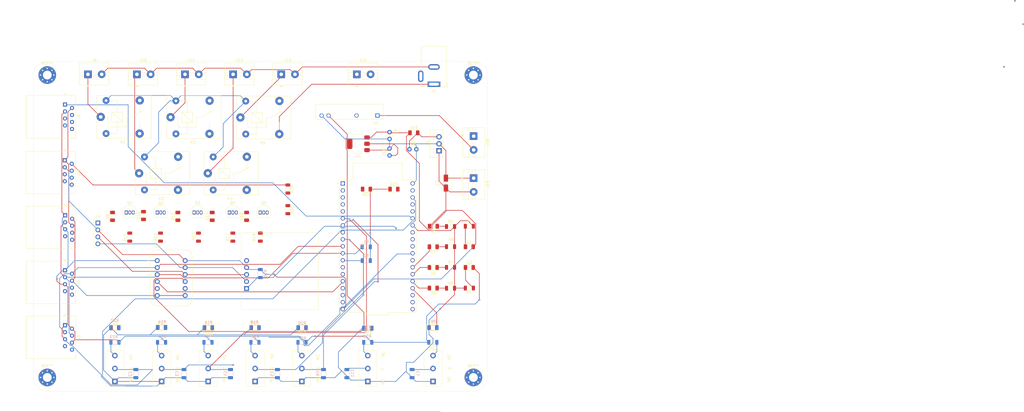
<source format=kicad_pcb>
(kicad_pcb (version 20241229) (generator "pcbnew") (generator_version "9.0")
  (layers (0 "F.Cu" signal) (2 "B.Cu" signal) (13 "F.Paste" user) (15 "B.Paste" user) (5 "F.SilkS" user "F.Silkscreen") (7 "B.SilkS" user "B.Silkscreen") (1 "F.Mask" user) (3 "B.Mask" user) (25 "Edge.Cuts" user))
  (net 0 "")
  (net 1 "/A{slash}R")
  (net 2 "GND")
  (net 3 "/Pompa_230 M")
  (net 4 "/Sekcja 2 M")
  (net 5 "/Sekcja 3 M")
  (net 6 "/Sekcja 4 M")
  (net 7 "/Sekcja 5 M")
  (net 8 "/Sekcja 1 M")
  (net 9 "VSS")
  (net 10 "Net-(D1-K)")
  (net 11 "Net-(D2-K)")
  (net 12 "+5V")
  (net 13 "Net-(D3-K)")
  (net 14 "+3.3V")
  (net 15 "Net-(D4-K)")
  (net 16 "/BŁĄD1")
  (net 17 "/BŁĄD2")
  (net 18 "Net-(D5-K)")
  (net 19 "/WIFI")
  (net 20 "Net-(D6-K)")
  (net 21 "/TRYB")
  (net 22 "Net-(D7-K)")
  (net 23 "Net-(D8-A)")
  (net 24 "Net-(D9-K)")
  (net 25 "/Pompa_230_5V")
  (net 26 "Net-(D10-A)")
  (net 27 "/Sekcja 2")
  (net 28 "Net-(D11-K)")
  (net 29 "Net-(D12-A)")
  (net 30 "Net-(D13-K)")
  (net 31 "/Sekcja 3")
  (net 32 "Net-(D14-A)")
  (net 33 "/Sekcja 4")
  (net 34 "Net-(D15-K)")
  (net 35 "Net-(D16-A)")
  (net 36 "Net-(D17-K)")
  (net 37 "/Sekcja 5")
  (net 38 "/Pompa_230")
  (net 39 "Net-(D18-K)")
  (net 40 "SDA")
  (net 41 "/Sekcja 1")
  (net 42 "SCL")
  (net 43 "SCL_5V")
  (net 44 "SDA_5V")
  (net 53 "/SEN0193_WYJŚCIE")
  (net 56 "/DS_WYJŚCIE")
  (net 60 "GND_VP")
  (net 61 "Net-(J9-Pin_1)")
  (net 62 "Net-(J10-Pin_1)")
  (net 63 "Net-(J11-Pin_1)")
  (net 64 "Net-(J12-Pin_1)")
  (net 65 "Net-(J13-Pin_1)")
  (net 66 "N_230V")
  (net 67 "Net-(J14-Pin_1)")
  (net 68 "230VAC")
  (net 69 "VP")
  (net 75 "Net-(Q1-B)")
  (net 76 "Net-(Q2-B)")
  (net 77 "Net-(Q3-B)")
  (net 78 "Net-(Q4-B)")
  (net 79 "Net-(Q5-B)")
  (net 80 "Net-(SW1-A)")
  (net 81 "Net-(SW2-A)")
  (net 82 "Net-(SW3-A)")
  (net 83 "Net-(SW4-A)")
  (net 84 "Net-(SW5-A)")
  (net 85 "Net-(SW6-A)")
  (net 86 "Net-(SW8-A)")
  (net 89 "Net-(J18-Pad2)")
  (net 90 "unconnected-(U1-CMD-Pad18)")
  (net 97 "Net-(D21-A)")
  (net 98 "Net-(D19-A)")
  (net 99 "Net-(D20-A)")
  (net 107 "/Czujnik ciśnienia output")
  (footprint "Connector_PinHeader_2.54mm:PinHeader_1x04_P2.54mm_Vertical" (layer "F.Cu") (at 60.9 93.79)
    (property "Reference" "J4")
    (property "Value" "Conn_01x04_Socket")
  )
  (footprint "Resistor_SMD:R_1206_3216Metric" (layer "F.Cu") (at 110 98.9625 90)
    (property "Reference" "R17")
    (property "Value" "680")
  )
  (footprint "Diode_SMD:D_1206_3216Metric" (layer "F.Cu") (at 115 91.4 90)
    (property "Reference" "D16")
    (property "Value" "1N4148WT")
  )
  (footprint "TerminalBlock:TerminalBlock_MaiXu_MX126-5.0-02P_1x02_P5.00mm" (layer "F.Cu") (at 75.1 39.73)
    (property "Reference" "J10")
    (property "Value" "Screw_Terminal_01x02")
  )
  (footprint "Package_TO_SOT_THT:TO-92_Inline" (layer "F.Cu") (at 119.96 90)
    (property "Reference" "Q5")
    (property "Value" "BC547")
  )
  (footprint "Connector_RJ:RJ45_Amphenol_54602-x08_Horizontal" (layer "F.Cu") (at 48.95 111 -90)
    (property "Reference" "J5")
    (property "Value" "RJ45")
  )
  (footprint "Connector_RJ:RJ45_Amphenol_54602-x08_Horizontal" (layer "F.Cu") (at 49 91.0175 -90)
    (property "Reference" "J8" (hide yes))
    (property "Value" "RJ45")
  )
  (footprint "MountingHole:MountingHole_3.2mm_M3_Pad_Via" (layer "F.Cu") (at 197.5 150)
    (property "Reference" "REF**")
    (property "Value" "MountingHole_3.2mm_M3_Pad_Via")
  )
  (footprint "LED_SMD:LED_1206_3216Metric" (layer "F.Cu") (at 159.1 132.1 180)
    (property "Reference" "D18")
    (property "Value" "LED")
  )
  (footprint "RTC:RTC DS1307 + 32kb EEPROM 24C32 I2C" (layer "F.Cu") (at 127.065 111.31 90)
    (property "Reference" "U6")
    (property "Value" "~")
  )
  (footprint "Toggle_Switch:Toggle Switch Bootland 4.7mm" (layer "F.Cu") (at 101.032 146.75 90)
    (property "Reference" "SW4" (hide yes))
    (property "Value" "SW_Nidec_CAS-120A1")
  )
  (footprint "Relay_THT:RELAY_G3MB-202P" (layer "F.Cu") (at 152.44 53.33 180)
    (property "Reference" "U2")
    (property "Value" "HHG1D-1")
  )
  (footprint "LED_SMD:LED_1206_3216Metric" (layer "F.Cu") (at 135.188 131.89 180)
    (property "Reference" "D17")
    (property "Value" "LED")
  )
  (footprint "MountingHole:MountingHole_3.2mm_M3_Pad_Via" (layer "F.Cu") (at 42.5 40)
    (property "Reference" "REF**")
    (property "Value" "MountingHole_3.2mm_M3_Pad_Via")
  )
  (footprint "TerminalBlock:TerminalBlock_MaiXu_MX126-5.0-02P_1x02_P5.00mm" (layer "F.Cu") (at 92.6 39.73)
    (property "Reference" "J11")
    (property "Value" "Screw_Terminal_01x02")
  )
  (footprint "Resistor_SMD:R_1206_3216Metric" (layer "F.Cu") (at 196.0375 117.5 180)
    (property "Reference" "R5")
    (property "Value" "130R")
  )
  (footprint "LED_SMD:LED_1206_3216Metric" (layer "F.Cu") (at 84.1 131.8)
    (property "Reference" "D11")
    (property "Value" "LED")
  )
  (footprint "Relay_THT:Relay_SPDT_SANYOU_SRD_Series_Form_C" (layer "F.Cu") (at 87.34 55.33)
    (property "Reference" "K3")
    (property "Value" "SANYOU_SRD_Form_C")
  )
  (footprint "Resistor_SMD:R_1206_3216Metric" (layer "F.Cu") (at 189.1875 117.54)
    (property "Reference" "R8")
    (property "Value" "130R")
  )
  (footprint "Capacitor_SMD:CP_Elec_4x5.4" (layer "F.Cu") (at 187.5 79.3 90)
    (property "Reference" "C7")
    (property "Value" "0.33u")
  )
  (footprint "LED_SMD:LED_1206_3216Metric" (layer "F.Cu") (at 182.9 102.46 180)
    (property "Reference" "D4")
    (property "Value" "LED")
  )
  (footprint "Toggle_Switch:Toggle Switch Bootland 4.7mm" (layer "F.Cu") (at 84.1 146.75 90)
    (property "Reference" "SW3" (hide yes))
    (property "Value" "SW_Nidec_CAS-120A1")
  )
  (footprint "LED_SMD:LED_1206_3216Metric" (layer "F.Cu") (at 196.0375 110)
    (property "Reference" "D3")
    (property "Value" "LED")
  )
  (footprint "TerminalBlock:TerminalBlock_MaiXu_MX126-5.0-02P_1x02_P5.00mm" (layer "F.Cu") (at 57.29 39.73)
    (property "Reference" "J9")
    (property "Value" "Screw_Terminal_01x02")
  )
  (footprint "Connector_BarrelJack:BarrelJack_GCT_DCJ200-10-A_Horizontal" (layer "F.Cu") (at 183.15 43.35 180)
    (property "Reference" "J1")
    (property "Value" "Barrel_Jack_MountingPin")
  )
  (footprint "Package_TO_SOT_THT:TO-92_Inline" (layer "F.Cu") (at 82.5 90)
    (property "Reference" "Q2")
    (property "Value" "BC547")
  )
  (footprint "Toggle_Switch:Toggle Switch Bootland 4.7mm" (layer "F.Cu") (at 182.82 146.75 90)
    (property "Reference" "SW1" (hide yes))
    (property "Value" "SW_Nidec_CAS-120A1")
  )
  (footprint "Relay_THT:Relay_SPDT_SANYOU_SRD_Series_Form_C" (layer "F.Cu") (at 75.9 75.73)
    (property "Reference" "K2")
    (property "Value" "SANYOU_SRD_Form_C")
  )
  (footprint "Package_TO_SOT_THT:TO-92_Inline" (layer "F.Cu") (at 108.73 90)
    (property "Reference" "Q4")
    (property "Value" "BC547")
  )
  (footprint "LED_SMD:LED_1206_3216Metric" (layer "F.Cu") (at 101.1 131.9 180)
    (property "Reference" "D13")
    (property "Value" "LED")
  )
  (footprint "Resistor_SMD:R_1206_3216Metric" (layer "F.Cu") (at 196.0375 95)
    (property "Reference" "R4")
    (property "Value" "300R")
  )
  (footprint "Toggle_Switch:Toggle Switch Bootland 4.7mm" (layer "F.Cu") (at 159.1 146.75 90)
    (property "Reference" "SW8" (hide yes))
    (property "Value" "SW_Nidec_CAS-120A1")
  )
  (footprint "MountingHole:MountingHole_3.2mm_M3_Pad_Via" (layer "F.Cu") (at 42.5 150)
    (property "Reference" "REF**")
    (property "Value" "MountingHole_3.2mm_M3_Pad_Via")
  )
  (footprint "Capacitor_THT:C_Disc_D3.0mm_W1.6mm_P2.50mm" (layer "F.Cu") (at 167 69.25 90)
    (property "Reference" "C10")
    (property "Value" "0.1u")
  )
  (footprint "Capacitor_THT:C_Disc_D3.0mm_W1.6mm_P2.50mm" (layer "F.Cu") (at 174.25 67)
    (property "Reference" "C8")
    (property "Value" "0.1u")
  )
  (footprint "Toggle_Switch:Toggle Switch Bootland 4.7mm" (layer "F.Cu") (at 67.1 146.75 90)
    (property "Reference" "SW2" (hide yes))
    (property "Value" "SW_Nidec_CAS-120A1")
  )
  (footprint "Connector_RJ:RJ45_Amphenol_54602-x08_Horizontal" (layer "F.Cu") (at 48.85 71 -90)
    (property "Reference" "J18")
    (property "Value" "RJ45")
  )
  (footprint "LED_SMD:LED_1206_3216Metric" (layer "F.Cu") (at 67.1 131.89 180)
    (property "Reference" "D9")
    (property "Value" "LED")
  )
  (footprint "ESP32:MODULE_ESP32-DEVKITC" (layer "F.Cu") (at 162.7 102.29)
    (property "Reference" "U1")
    (property "Value" "ESP32-DEVKITC")
  )
  (footprint "Diode_SMD:D_1206_3216Metric" (layer "F.Cu") (at 66.23 91.4 90)
    (property "Reference" "D8")
    (property "Value" "1N4148WT")
  )
  (footprint "Relay_THT:Relay_SPDT_SANYOU_SRD_Series_Form_C" (layer "F.Cu") (at 61.94 55.23)
    (property "Reference" "K1")
    (property "Value" "SANYOU_SRD_Form_C")
  )
  (footprint "Resistor_SMD:R_1206_3216Metric" (layer "F.Cu") (at 72.5 98.9625 90)
    (property "Reference" "R11")
    (property "Value" "680")
  )
  (footprint "Diode_SMD:D_1206_3216Metric" (layer "F.Cu") (at 158.6 81.5 180)
    (property "Reference" "D21")
    (property "Value" "D_Schottky")
  )
  (footprint "Capacitor_THT:C_Disc_D3.0mm_W1.6mm_P2.50mm" (layer "F.Cu") (at 167 60.75 -90)
    (property "Reference" "C9")
    (property "Value" "0.1u")
  )
  (footprint "Voltage_Level_Converters:MODULE_757" (layer "F.Cu") (at 87.58 113.7865)
    (property "Reference" "U5")
    (property "Value" "757")
  )
  (footprint "LED_SMD:LED_1206_3216Metric" (layer "F.Cu") (at 182.95 95 180)
    (property "Reference" "D1")
    (property "Value" "LED")
  )
  (footprint "Diode_SMD:D_1206_3216Metric" (layer "F.Cu") (at 102.5 91.4 90)
    (property "Reference" "D14")
    (property "Value" "1N4148WT")
  )
  (footprint "Package_TO_SOT_THT:TO-220-3_Vertical" (layer "F.Cu") (at 185 67.54 90)
    (property "Reference" "U3")
    (property "Value" "L7805")
  )
  (footprint "Toggle_Switch:Toggle Switch Bootland 4.7mm" (layer "F.Cu") (at 135.1 146.75 90)
    (property "Reference" "SW6" (hide yes))
    (property "Value" "SW_Nidec_CAS-120A1")
  )
  (footprint "Resistor_SMD:R_1206_3216Metric" (layer "F.Cu") (at 189.1875 102.42)
    (property "Reference" "R6")
    (property "Value" "130R")
  )
  (footprint "Resistor_SMD:R_1206_3216Metric" (layer "F.Cu") (at 97.5 98.9625 90)
    (property "Reference" "R15")
    (property "Value" "680")
  )
  (footprint "TerminalBlock:TerminalBlock_MaiXu_MX126-5.0-02P_1x02_P5.00mm" (layer "F.Cu") (at 127.6 39.73)
    (property "Reference" "J13")
    (property "Value" "Screw_Terminal_01x02")
  )
  (footprint "Resistor_SMD:R_1206_3216Metric" (layer "F.Cu") (at 189.1875 95.1)
    (property "Reference" "R3")
    (property "Value" "2k2")
  )
  (footprint "Diode_SMD:D_1206_3216Metric" (layer "F.Cu") (at 175.85 61)
    (property "Reference" "D19")
    (property "Value" "D_Schottky")
  )
  (footprint "Relay_THT:Relay_SPDT_SANYOU_SRD_Series_Form_C" (layer "F.Cu") (at 112.74 55.43)
    (property "Reference" "K5")
    (property "Value" "SANYOU_SRD_Form_C")
  )
  (footprint "MountingHole:MountingHole_3.2mm_M3_Pad_Via" (layer "F.Cu") (at 197.5 40)
    (property "Reference" "REF**")
    (property "Value" "MountingHole_3.2mm_M3_Pad_Via")
  )
  (footprint "LED_SMD:LED_1206_3216Metric" (layer "F.Cu") (at 182.9 117.5 180)
    (property "Reference" "D6")
    (property "Value" "LED")
  )
  (footprint "Package_TO_SOT_THT:TO-92_Inline" (layer "F.Cu") (at 71.23 90)
    (property "Reference" "Q1")
    (property "Value" "BC547")
  )
  (footprint "Resistor_SMD:R_1206_3216Metric" (layer "F.Cu") (at 130 88.9625 -90)
    (property "Reference" "R29")
    (property "Value" "R")
  )
  (footprint "Connector_RJ:RJ45_Amphenol_54602-x08_Horizontal" (layer "F.Cu") (at 48.95 50.7175 -90)
    (property "Reference" "J6")
    (property "Value" "RJ45")
  )
  (footprint "TerminalBlock:TerminalBlock_MaiXu_MX126-5.0-02P_1x02_P5.00mm" (layer "F.Cu") (at 197.6 62.23 -90)
    (property "Reference" "J16")
    (property "Value" "Screw_Terminal_01x02")
  )
  (footprint "Package_TO_SOT_THT:TO-92_Inline" (layer "F.Cu") (at 95.93 90)
    (property "Reference" "Q3")
    (property "Value" "BC547")
  )
  (footprint "LED_SMD:LED_1206_3216Metric" (layer "F.Cu") (at 196.0375 102.46)
    (property "Reference" "D2")
    (property "Value" "LED")
  )
  (footprint "TerminalBlock:TerminalBlock_MaiXu_MX126-5.0-02P_1x02_P5.00mm" (layer "F.Cu") (at 110.1 39.73)
    (property "Reference" "J12")
    (property "Value" "Screw_Terminal_01x02")
  )
  (footprint "TerminalBlock:TerminalBlock_MaiXu_MX126-5.0-02P_1x02_P5.00mm" (layer "F.Cu") (at 197.6 77.5 -90)
    (property "Reference" "J15")
    (property "Value" "Screw_Terminal_01x02")
  )
  (footprint "Connector_RJ:RJ45_Amphenol_54602-x08_Horizontal" (layer "F.Cu") (at 48.95 131 -90)
    (property "Reference" "J3")
    (property "Value" "RJ45")
  )
  (footprint "TerminalBlock:TerminalBlock_MaiXu_MX126-5.0-02P_1x02_P5.00mm" (layer "F.Cu") (at 155.1 39.73)
    (property "Reference" "J14")
    (property "Value" "Screw_Terminal_01x02")
  )
  (footprint "LED_SMD:LED_1206_3216Metric" (layer "F.Cu") (at 118.1 131.89)
    (property "Reference" "D15")
    (property "Value" "LED")
  )
  (footprint "Toggle_Switch:Toggle Switch Bootland 4.7mm" (layer "F.Cu") (at 118.1 146.75 90)
    (property "Reference" "SW5" (hide yes))
    (property "Value" "SW_Nidec_CAS-120A1")
  )
  (footprint "Resistor_SMD:R_1206_3216Metric" (layer "F.Cu") (at 120 98.9625 90)
    (property "Reference" "R19")
    (property "Value" "680")
  )
  (footprint "Package_TO_SOT_SMD:SOT-223" (layer "F.Cu") (at 155.65 65 180)
    (property "Reference" "U4")
    (property "Value" "LD1117S33TR_SOT223")
  )
  (footprint "Resistor_SMD:R_1206_3216Metric" (layer "F.Cu") (at 130 81.4625 -90)
    (property "Reference" "R30")
    (property "Value" "R")
  )
  (footprint "LED_SMD:LED_1206_3216Metric" (layer "F.Cu") (at 182.9 110 180)
    (property "Reference" "D5")
    (property "Value" "LED")
  )
  (footprint "LED_SMD:LED_1206_3216Metric" (layer "F.Cu") (at 182.788 131.89)
    (property "Reference" "D7")
    (property "Value" "LED")
  )
  (footprint "Resistor_SMD:R_1206_3216Metric" (layer "F.Cu") (at 83.7 98.9625 90)
    (property "Reference" "R13")
    (property "Value" "680")
  )
  (footprint "Diode_SMD:D_1206_3216Metric" (layer "F.Cu") (at 90 91.4 90)
    (property "Reference" "D12")
    (property "Value" "1N4148WT")
  )
  (footprint "Relay_THT:Relay_SPDT_SANYOU_SRD_Series_Form_C" (layer "F.Cu") (at 100.9 75.73)
    (property "Reference" "K4")
    (property "Value" "SANYOU_SRD_Form_C")
  )
  (footprint "Resistor_SMD:R_1206_3216Metric" (layer "F.Cu") (at 189.1875 109.96)
    (property "Reference" "R7")
    (property "Value" "130R")
  )
  (footprint "Diode_SMD:D_1206_3216Metric" (layer "F.Cu") (at 77.5 91.1 90)
    (property "Reference" "D10")
    (property "Value" "1N4148WT")
  )
  (footprint "Diode_SMD:D_1206_3216Metric" (layer "F.Cu") (at 168.6 81.5)
    (property "Reference" "D20")
    (property "Value" "D_Schottky")
  )
  (footprint "Resistor_SMD:R_1206_3216Metric" (layer "B.Cu") (at 135.1505 131.93 180)
    (property "Reference" "R20")
    (property "Value" "130")
  )
  (footprint "Capacitor_SMD:C_1206_3216Metric" (layer "B.Cu") (at 126.228 148.605 -90)
    (property "Reference" "C5")
    (property "Value" "0.1u")
  )
  (footprint "Resistor_SMD:R_1206_3216Metric" (layer "B.Cu") (at 118.0905 131.93 180)
    (property "Reference" "R18")
    (property "Value" "130")
  )
  (footprint "Resistor_SMD:R_1206_3216Metric" (layer "B.Cu") (at 84.0705 137.23 180)
    (property "Reference" "R24")
    (property "Value" "10k")
  )
  (footprint "Resistor_SMD:R_1206_3216Metric" (layer "B.Cu") (at 159.0775 137.23 180)
    (property "Reference" "R28")
    (property "Value" "10k")
  )
  (footprint "Resistor_SMD:R_1206_3216Metric" (layer "B.Cu") (at 67.1025 131.93 180)
    (property "Reference" "R12")
    (property "Value" "130")
  )
  (footprint "Resistor_SMD:R_1206_3216Metric" (layer "B.Cu") (at 118.0405 137.23 180)
    (property "Reference" "R26")
    (property "Value" "10k")
  )
  (footprint "Resistor_SMD:R_1206_3216Metric" (layer "B.Cu") (at 182.8125 131.88 180)
    (property "Reference" "R9")
    (property "Value" "130R")
  )
  (footprint "Capacitor_SMD:C_1206_3216Metric" (layer "B.Cu") (at 109.16 148.605 -90)
    (property "Reference" "C4")
    (property "Value" "0.1u")
  )
  (footprint "Resistor_SMD:R_1206_3216Metric" (layer "B.Cu") (at 101.0625 131.93 180)
    (property "Reference" "R16")
    (property "Value" "130")
  )
  (footprint "Resistor_SMD:R_1206_3216Metric" (layer "B.Cu") (at 158.5375 107.5 180)
    (property "Reference" "R2")
    (property "Value" "3k3")
  )
  (footprint "Capacitor_SMD:C_1206_3216Metric" (layer "B.Cu") (at 151.48 148.605 -90)
    (property "Reference" "C11")
    (property "Value" "0.1u")
  )
  (footprint "Resistor_SMD:R_1206_3216Metric" (layer "B.Cu") (at 158.5375 102.5 180)
    (property "Reference" "R1")
    (property "Value" "3k3")
  )
  (footprint "Capacitor_SMD:C_1206_3216Metric" (layer "B.Cu") (at 142.978 148.605 -90)
    (property "Reference" "C6")
    (property "Value" "0.1u")
  )
  (footprint "Capacitor_SMD:C_1206_3216Metric" (layer "B.Cu") (at 175.2 148.605 -90)
    (property "Reference" "C1")
    (property "Value" "0.1u")
  )
  (footprint "Capacitor_SMD:C_1206_3216Metric" (layer "B.Cu") (at 74.72 148.605 -90)
    (property "Reference" "C2")
    (property "Value" "0.1u")
  )
  (footprint "Resistor_SMD:R_1206_3216Metric" (layer "B.Cu") (at 135.1505 137.23 180)
    (property "Reference" "R27")
    (property "Value" "10k")
  )
  (footprint "Capacitor_SMD:C_1206_3216Metric" (layer "B.Cu") (at 92.228 148.605 -90)
    (property "Reference" "C3")
    (property "Value" "0.1u")
  )
  (footprint "Resistor_SMD:R_1206_3216Metric" (layer "B.Cu") (at 100.9625 137.23 180)
    (property "Reference" "R25")
    (property "Value" "10k")
  )
  (footprint "Resistor_SMD:R_1206_3216Metric" (layer "B.Cu") (at 159.0425 132.13 180)
    (property "Reference" "R21")
    (property "Value" "130")
  )
  (footprint "Resistor_SMD:R_1206_3216Metric" (layer "B.Cu") (at 84.0455 131.83 180)
    (property "Reference" "R14")
    (property "Value" "130")
  )
  (footprint "Resistor_SMD:R_1206_3216Metric" (layer "B.Cu") (at 182.7375 137.23)
    (property "Reference" "R22")
    (property "Value" "10k")
  )
  (footprint "Resistor_SMD:R_1206_3216Metric" (layer "B.Cu") (at 120 112.1975 90)
    (property "Reference" "R10")
    (property "Value" "3k3")
  )
  (footprint "Resistor_SMD:R_1206_3216Metric" (layer "B.Cu") (at 67.1025 137.23 180)
    (property "Reference" "R23")
    (property "Value" "10k")
  )
  (gr_line (start 37.5 40) (end 37.5 150) (stroke (width 0.05)) (layer "Edge.Cuts"))
  (gr_line (start 202.5 150) (end 202.5 40) (stroke (width 0.05)) (layer "Edge.Cuts"))
  (gr_arc (start 202.5 150) (mid 201.035534 153.535534) (end 197.5 155) (stroke (width 0.05)) (layer "Edge.Cuts"))
  (gr_arc (start 37.5 40) (mid 38.964466 36.464466) (end 42.5 35) (stroke (width 0.05)) (layer "Edge.Cuts"))
  (gr_line (start 197.5 35) (end 42.5 35) (stroke (width 0.05)) (layer "Edge.Cuts"))
  (gr_arc (start 42.5 155) (mid 38.964466 153.535534) (end 37.5 150) (stroke (width 0.05)) (layer "Edge.Cuts"))
  (gr_arc (start 197.5 35) (mid 201.035534 36.464466) (end 202.5 40) (stroke (width 0.05)) (layer "Edge.Cuts"))
  (gr_line (start 42.5 155) (end 197.5 155) (stroke (width 0.05)) (layer "Edge.Cuts"))
  (via (at 390.5 37) (size 0.6) (drill 0.3) (layers "F.Cu" "B.Cu") (net 0))
  (via (at 169.399695 95.794) (size 0.6) (drill 0.3) (layers "F.Cu" "B.Cu") (net 0))
  (via (at 394.5 13) (size 0.6) (drill 0.3) (layers "F.Cu" "B.Cu") (net 0))
  (via (at 397.5 21.5) (size 0.6) (drill 0.3) (layers "F.Cu" "B.Cu") (net 0))
  (segment (start 151.066 95.121552) (end 150.441552 95.746) (width 0.2) (layer "B.Cu") (net 0))
  (segment (start 169.399695 95.794) (end 168.605695 95) (width 0.2) (layer "B.Cu") (net 0))
  (segment (start 143.349943 95) (end 124.689943 113.66) (width 0.2) (layer "B.Cu") (net 0))
  (segment (start 151.066 95) (end 151.066 95.121552) (width 0.2) (layer "B.Cu") (net 0))
  (segment (start 148.934 95) (end 143.349943 95) (width 0.2) (layer "B.Cu") (net 0))
  (segment (start 124.689943 113.66) (end 121.176 113.66) (width 0.2) (layer "B.Cu") (net 0))
  (segment (start 185.42 162.56) (end 25.4 162.56) (width 0.2) (layer "B.Cu") (net 0))
  (segment (start 151.066 95) (end 168.605695 95) (width 0.2) (layer "B.Cu") (net 0))
  (segment (start 149.558448 95.746) (end 148.934 95.121552) (width 0.2) (layer "B.Cu") (net 0))
  (segment (start 150.441552 95.746) (end 149.558448 95.746) (width 0.2) (layer "B.Cu") (net 0))
  (segment (start 148.934 95.121552) (end 148.934 95) (width 0.2) (layer "B.Cu") (net 0))
  (segment (start 175.2 147.13) (end 182.44 147.13) (width 0.2) (layer "B.Cu") (net 1))
  (segment (start 182.44 147.13) (end 182.82 146.75) (width 0.2) (layer "B.Cu") (net 1))
  (segment (start 190.65 109.96) (end 190.65 117.54) (width 0.2) (layer "F.Cu") (net 2))
  (segment (start 190.69 117.5) (end 190.65 117.54) (width 0.2) (layer "F.Cu") (net 2))
  (segment (start 187.5 67.5) (end 185 65) (width 0.2) (layer "F.Cu") (net 2))
  (segment (start 185.4 125.1) (end 190.65 119.85) (width 0.2) (layer "F.Cu") (net 2))
  (segment (start 48.95 136.08) (end 47.899 135.029) (width 0.2) (layer "F.Cu") (net 2))
  (segment (start 51.34 114.66) (end 51.49 114.81) (width 0.2) (layer "F.Cu") (net 2))
  (segment (start 92.66 120.2) (end 82.5 120.2) (width 0.2) (layer "F.Cu") (net 2))
  (segment (start 50.3 93.5875) (end 51.54 94.8275) (width 0.2) (layer "F.Cu") (net 2))
  (segment (start 190.65 95.1) (end 190.65 102.42) (width 0.2) (layer "F.Cu") (net 2))
  (segment (start 166.45 67.3) (end 167 66.75) (width 0.2) (layer "F.Cu") (net 2))
  (segment (start 84.1 151.45) (end 67.1 151.45) (width 0.2) (layer "F.Cu") (net 2))
  (segment (start 50.3 72.45) (end 50.3 93.5875) (width 0.2) (layer "F.Cu") (net 2))
  (segment (start 47.899 135.029) (end 47.899 132.051) (width 0.2) (layer "F.Cu") (net 2))
  (segment (start 189.173 96.577) (end 177.297 96.577) (width 0.2) (layer "F.Cu") (net 2))
  (segment (start 48.85 71) (end 50.3 72.45) (width 0.2) (layer "F.Cu") (net 2))
  (segment (start 51.49 114.81) (end 52.541 113.759) (width 0.2) (layer "F.Cu") (net 2))
  (segment (start 197.5 95) (end 195.5 93) (width 0.2) (layer "F.Cu") (net 2))
  (segment (start 51.49 51.9875) (end 50.001 53.4765) (width 0.2) (layer "F.Cu") (net 2))
  (segment (start 192.75 93) (end 190.65 95.1) (width 0.2) (layer "F.Cu") (net 2))
  (segment (start 197.6 77.5) (end 187.5 77.5) (width 0.2) (layer "F.Cu") (net 2))
  (segment (start 194.575 117.5) (end 190.69 117.5) (width 0.2) (layer "F.Cu") (net 2))
  (segment (start 50.001 53.4765) (end 50.001 69.849) (width 0.2) (layer "F.Cu") (net 2))
  (segment (start 195.5 93) (end 192.75 93) (width 0.2) (layer "F.Cu") (net 2))
  (segment (start 187.5 77.5) (end 187.5 67.5) (width 0.2) (layer "F.Cu") (net 2))
  (segment (start 50.001 69.849) (end 48.85 71) (width 0.2) (layer "F.Cu") (net 2))
  (segment (start 190.65 95.1) (end 189.173 96.577) (width 0.2) (layer "F.Cu") (net 2))
  (segment (start 47.899 132.051) (end 48.95 131) (width 0.2) (layer "F.Cu") (net 2))
  (segment (start 177.297 96.577) (end 175.4 94.68) (width 0.2) (layer "F.Cu") (net 2))
  (segment (start 52.541 93.321) (end 51.49 92.27) (width 0.2) (layer "F.Cu") (net 2))
  (segment (start 190.65 102.42) (end 190.65 109.96) (width 0.2) (layer "F.Cu") (net 2))
  (segment (start 52.541 113.759) (end 52.541 93.321) (width 0.2) (layer "F.Cu") (net 2))
  (segment (start 158.8 67.3) (end 166.45 67.3) (width 0.2) (layer "F.Cu") (net 2))
  (segment (start 190.65 119.85) (end 190.65 117.54) (width 0.2) (layer "F.Cu") (net 2))
  (via (at 185.4 125.1) (size 0.6) (drill 0.3) (layers "F.Cu" "B.Cu") (net 2))
  (segment (start 82.5 120.2) (end 56.88 120.2) (width 0.2) (layer "B.Cu") (net 2))
  (segment (start 142.978 150.08) (end 136.47 150.08) (width 0.2) (layer "B.Cu") (net 2))
  (segment (start 142.978 150.08) (end 147.12 150.08) (width 0.2) (layer "B.Cu") (net 2))
  (segment (start 74.72 150.08) (end 68.47 150.08) (width 0.2) (layer "B.Cu") (net 2))
  (segment (start 101.032 151.45) (end 93.598 151.45) (width 0.2) (layer "B.Cu") (net 2))
  (segment (start 56.88 120.2) (end 51.49 114.81) (width 0.2) (layer "B.Cu") (net 2))
  (segment (start 80 134.5) (end 97.03 134.5) (width 0.2) (layer "B.Cu") (net 2))
  (segment (start 102.402 150.08) (end 101.032 151.45) (width 0.2) (layer "B.Cu") (net 2))
  (segment (start 173.1 147.98) (end 172.72 147.98) (width 0.2) (layer "B.Cu") (net 2))
  (segment (start 149.65 147.65) (end 151.6 149.6) (width 0.2) (layer "B.Cu") (net 2))
  (segment (start 176.75 65.75) (end 176 65) (width 0.2) (layer "B.Cu") (net 2))
  (segment (start 159.22 150.97) (end 152.97 150.97) (width 0.2) (layer "B.Cu") (net 2))
  (segment (start 181.35 129.15) (end 185.4 125.1) (width 0.2) (layer "B.Cu") (net 2))
  (segment (start 168.75 65) (end 176 65) (width 0.2) (layer "B.Cu") (net 2))
  (segment (start 175.2 150.08) (end 173.1 147.98) (width 0.2) (layer "B.Cu") (net 2))
  (segment (start 114.058 134.5) (end 131.118 134.5) (width 0.2) (layer "B.Cu") (net 2))
  (segment (start 97.03 134.5) (end 99.6 131.93) (width 0.2) (layer "B.Cu") (net 2))
  (segment (start 92.228 150.08) (end 85.47 150.08) (width 0.2) (layer "B.Cu") (net 2))
  (segment (start 126.228 150.08) (end 119.47 150.08) (width 0.2) (layer "B.Cu") (net 2))
  (segment (start 82.398 153.152) (end 84.1 151.45) (width 0.2) (layer "B.Cu") (net 2))
  (segment (start 176 65) (end 185 65) (width 0.2) (layer "B.Cu") (net 2))
  (segment (start 176.75 67) (end 176.75 65.75) (width 0.2) (layer "B.Cu") (net 2))
  (segment (start 173.1 144.5) (end 175.72866 144.5) (width 0.2) (layer "B.Cu") (net 2))
  (segment (start 148.4 140.75) (end 148.4 146.4) (width 0.2) (layer "B.Cu") (net 2))
  (segment (start 68.47 150.08) (end 67.1 151.45) (width 0.2) (layer "B.Cu") (net 2))
  (segment (start 48.95 136.296339) (end 51.054661 138.401) (width 0.2) (layer "B.Cu") (net 2))
  (segment (start 65.64 131.93) (end 63 134.57) (width 0.2) (layer "B.Cu") (net 2))
  (segment (start 80 134.413) (end 82.583 131.83) (width 0.2) (layer "B.Cu") (net 2))
  (segment (start 97.03 134.5) (end 114.058 134.5) (width 0.2) (layer "B.Cu") (net 2))
  (segment (start 68.21 134.5) (end 80 134.5) (width 0.2) (layer "B.Cu") (net 2))
  (segment (start 135.1 151.45) (end 127.598 151.45) (width 0.2) (layer "B.Cu") (net 2))
  (segment (start 182.8 137.42866) (end 182.8 135.8) (width 0.2) (layer "B.Cu") (net 2))
  (segment (start 63 134.57) (end 63 147.35) (width 0.2) (layer "B.Cu") (net 2))
  (segment (start 93.598 151.45) (end 92.228 150.08) (width 0.2) (layer "B.Cu") (net 2))
  (segment (start 157.75 131.4) (end 148.4 140.75) (width 0.2) (layer "B.Cu") (net 2))
  (segment (start 173.1 147.98) (end 173.1 144.5) (width 0.2) (layer "B.Cu") (net 2))
  (segment (start 172.72 147.98) (end 169.25 151.45) (width 0.2) (layer "B.Cu") (net 2))
  (segment (start 65.6329 153.152) (end 82.398 153.152) (width 0.2) (layer "B.Cu") (net 2))
  (segment (start 65.64 131.93) (end 68.21 134.5) (width 0.2) (layer "B.Cu") (net 2))
  (segment (start 48.95 136.08) (end 48.95 136.296339) (width 0.2) (layer "B.Cu") (net 2))
  (segment (start 167 63.25) (end 150.8 63.25) (width 0.2) (layer "B.Cu") (net 2))
  (segment (start 175.72866 144.5) (end 182.8 137.42866) (width 0.2) (layer "B.Cu") (net 2))
  (segment (start 62.198 149.7171) (end 65.6329 153.152) (width 0.2) (layer "B.Cu") (net 2))
  (segment (start 149.55 147.65) (end 149.65 147.65) (width 0.2) (layer "B.Cu") (net 2))
  (segment (start 85.47 150.08) (end 84.1 151.45) (width 0.2) (layer "B.Cu") (net 2))
  (segment (start 176.75 78.33) (end 175.4 79.68) (width 0.2) (layer "B.Cu") (net 2))
  (segment (start 148.4 146.4) (end 149.65 147.65) (width 0.2) (layer "B.Cu") (net 2))
  (segment (start 152.97 150.97) (end 151.6 149.6) (width 0.2) (layer "B.Cu") (net 2))
  (segment (start 51.054661 138.401) (end 51.521 138.401) (width 0.2) (layer "B.Cu") (net 2))
  (segment (start 51.521 138.401) (end 62.198 149.078) (width 0.2) (layer "B.Cu") (net 2))
  (segment (start 150.8 63.25) (end 142.28 54.73) (width 0.2) (layer "B.Cu") (net 2))
  (segment (start 176.75 67) (end 176.75 78.33) (width 0.2) (layer "B.Cu") (net 2))
  (segment (start 147.12 150.08) (end 149.55 147.65) (width 0.2) (layer "B.Cu") (net 2))
  (segment (start 62.198 149.078) (end 62.198 149.7171) (width 0.2) (layer "B.Cu") (net 2))
  (segment (start 109.16 150.08) (end 102.402 150.08) (width 0.2) (layer "B.Cu") (net 2))
  (segment (start 131.118 134.5) (end 133.688 131.93) (width 0.2) (layer "B.Cu") (net 2))
  (segment (start 63 147.35) (end 67.1 151.45) (width 0.2) (layer "B.Cu") (net 2))
  (segment (start 167 66.75) (end 168.75 65) (width 0.2) (layer "B.Cu") (net 2))
  (segment (start 80 134.5) (end 80 134.413) (width 0.2) (layer "B.Cu") (net 2))
  (segment (start 182.82 151.45) (end 176.57 151.45) (width 0.2) (layer "B.Cu") (net 2))
  (segment (start 176.57 151.45) (end 175.2 150.08) (width 0.2) (layer "B.Cu") (net 2))
  (segment (start 181.35 134.35) (end 181.35 131.88) (width 0.2) (layer "B.Cu") (net 2))
  (segment (start 136.47 150.08) (end 135.1 151.45) (width 0.2) (layer "B.Cu") (net 2))
  (segment (start 181.35 131.88) (end 181.35 129.15) (width 0.2) (layer "B.Cu") (net 2))
  (segment (start 167 66.75) (end 167 63.25) (width 0.2) (layer "B.Cu") (net 2))
  (segment (start 127.598 151.45) (end 126.228 150.08) (width 0.2) (layer "B.Cu") (net 2))
  (segment (start 169.25 151.45) (end 159.1 151.45) (width 0.2) (layer "B.Cu") (net 2))
  (segment (start 114.058 134.5) (end 116.628 131.93) (width 0.2) (layer "B.Cu") (net 2))
  (segment (start 119.47 150.08) (end 118.1 151.45) (width 0.2) (layer "B.Cu") (net 2))
  (segment (start 182.8 135.8) (end 181.35 134.35) (width 0.2) (layer "B.Cu") (net 2))
  (segment (start 151.6 146.65) (end 158.84 146.65) (width 0.2) (layer "B.Cu") (net 3))
  (via (at 110.08266 145.449) (size 0.6) (drill 0.3) (layers "F.Cu" "B.Cu") (net 4))
  (segment (start 150.4989 124.334) (end 169.7529 105.08) (width 0.2) (layer "B.Cu") (net 4))
  (segment (start 136.06534 138.406) (end 137.443943 138.406) (width 0.2) (layer "B.Cu") (net 4))
  (segment (start 134.2169 135.401) (end 135.7495 136.9336) (width 0.2) (layer "B.Cu") (net 4))
  (segment (start 123.05566 135.401) (end 134.2169 135.401) (width 0.2) (layer "B.Cu") (net 4))
  (segment (start 92.228 147.13) (end 93.909 145.449) (width 0.2) (layer "B.Cu") (net 4))
  (segment (start 93.909 145.449) (end 110.08266 145.449) (width 0.2) (layer "B.Cu") (net 4))
  (segment (start 148.934 124.958448) (end 149.558448 124.334) (width 0.2) (layer "B.Cu") (net 4))
  (segment (start 84.48 147.13) (end 84.1 146.75) (width 0.2) (layer "B.Cu") (net 4))
  (segment (start 149.558448 124.334) (end 150.4989 124.334) (width 0.2) (layer "B.Cu") (net 4))
  (segment (start 135.7495 136.9336) (end 135.7495 138.09016) (width 0.2) (layer "B.Cu") (net 4))
  (segment (start 169.7529 105.08) (end 175.4 105.08) (width 0.2) (layer "B.Cu") (net 4))
  (segment (start 135.7495 138.09016) (end 136.06534 138.406) (width 0.2) (layer "B.Cu") (net 4))
  (segment (start 137.443943 138.406) (end 148.934 126.915943) (width 0.2) (layer "B.Cu") (net 4))
  (segment (start 148.934 126.915943) (end 148.934 124.958448) (width 0.2) (layer "B.Cu") (net 4))
  (segment (start 92.228 147.13) (end 84.48 147.13) (width 0.2) (layer "B.Cu") (net 4))
  (segment (start 132.5 133.677) (end 157.90916 133.677) (width 0.2) (layer "F.Cu") (net 5))
  (segment (start 158.626 98.626) (end 152.5 92.5) (width 0.2) (layer "F.Cu") (net 5))
  (segment (start 158.626 132.96016) (end 158.626 98.626) (width 0.2) (layer "F.Cu") (net 5))
  (segment (start 101.032 146.75) (end 114.105 133.677) (width 0.2) (layer "F.Cu") (net 5))
  (segment (start 114.105 133.677) (end 132.5 133.677) (width 0.2) (layer "F.Cu") (net 5))
  (segment (start 157.90916 133.677) (end 158.626 132.96016) (width 0.2) (layer "F.Cu") (net 5))
  (via (at 152.5 92.5) (size 0.6) (drill 0.3) (layers "F.Cu" "B.Cu") (net 5))
  (segment (start 109.16 147.13) (end 101.412 147.13) (width 0.2) (layer "B.Cu") (net 5))
  (segment (start 101.412 147.13) (end 101.032 146.75) (width 0.2) (layer "B.Cu") (net 5))
  (segment (start 152.26 92.26) (end 150 92.26) (width 0.2) (layer "B.Cu") (net 5))
  (segment (start 162.81 115.13) (end 162.81 101.67) (width 0.2) (layer "F.Cu") (net 6))
  (segment (start 162.81 101.67) (end 153.78 92.64) (width 0.2) (layer "F.Cu") (net 6))
  (segment (start 153.78 92.64) (end 153.77 92.63) (width 0.2) (layer "F.Cu") (net 6))
  (via (at 153.78 92.64) (size 0.6) (drill 0.3) (layers "F.Cu" "B.Cu") (net 6))
  (via (at 162.81 115.13) (size 0.6) (drill 0.3) (layers "F.Cu" "B.Cu") (net 6))
  (segment (start 126.228 147.13) (end 132.880108 147.13) (width 0.2) (layer "B.Cu") (net 6))
  (segment (start 153.319 93.101) (end 151.579 93.101) (width 0.2) (layer "B.Cu") (net 6))
  (segment (start 118.48 147.13) (end 118.1 146.75) (width 0.2) (layer "B.Cu") (net 6))
  (segment (start 161.520057 115.13) (end 162.81 115.13) (width 0.2) (layer "B.Cu") (net 6))
  (segment (start 142.577 137.433108) (end 142.577 134.073057) (width 0.2) (layer "B.Cu") (net 6))
  (segment (start 150.441552 126.226) (end 151.066 125.601552) (width 0.2) (layer "B.Cu") (net 6))
  (segment (start 151.066 125.601552) (end 151.066 125.584057) (width 0.2) (layer "B.Cu") (net 6))
  (segment (start 126.228 147.13) (end 118.48 147.13) (width 0.2) (layer "B.Cu") (net 6))
  (segment (start 153.78 92.64) (end 153.319 93.101) (width 0.2) (layer "B.Cu") (net 6))
  (segment (start 150.424057 126.226) (end 150.441552 126.226) (width 0.2) (layer "B.Cu") (net 6))
  (segment (start 151.066 125.584057) (end 161.520057 115.13) (width 0.2) (layer "B.Cu") (net 6))
  (segment (start 132.880108 147.13) (end 142.577 137.433108) (width 0.2) (layer "B.Cu") (net 6))
  (segment (start 151.579 93.101) (end 150 94.68) (width 0.2) (layer "B.Cu") (net 6))
  (segment (start 142.577 134.073057) (end 150.424057 126.226) (width 0.2) (layer "B.Cu") (net 6))
  (segment (start 157.5 105) (end 152.5 100) (width 0.2) (layer "F.Cu") (net 7))
  (segment (start 157.5 120) (end 157.5 105) (width 0.2) (layer "F.Cu") (net 7))
  (via (at 157.5 120) (size 0.6) (drill 0.3) (layers "F.Cu" "B.Cu") (net 7))
  (via (at 152.5 100) (size 0.6) (drill 0.3) (layers "F.Cu" "B.Cu") (net 7))
  (via (at 157.5 120) (size 0.6) (drill 0.3) (layers "F.Cu" "B.Cu") (net 7))
  (segment (start 142.978 147.13) (end 142.978 134.522) (width 0.2) (layer "B.Cu") (net 7))
  (segment (start 152.26 99.76) (end 150 99.76) (width 0.2) (layer "B.Cu") (net 7))
  (segment (start 142.978 147.13) (end 135.48 147.13) (width 0.2) (layer "B.Cu") (net 7))
  (segment (start 152.5 100) (end 152.26 99.76) (width 0.2) (layer "B.Cu") (net 7))
  (segment (start 142.978 134.522) (end 157.5 120) (width 0.2) (layer "B.Cu") (net 7))
  (segment (start 135.48 147.13) (end 135.1 146.75) (width 0.2) (layer "B.Cu") (net 7))
  (segment (start 74.72 147.13) (end 80.859892 147.13) (width 0.2) (layer "B.Cu") (net 8))
  (segment (start 62.599 133.24734) (end 74.45634 121.39) (width 0.2) (layer "B.Cu") (net 8))
  (segment (start 176.466 85.826) (end 175.4 84.76) (width 0.2) (layer "B.Cu") (net 8))
  (segment (start 67.48 147.13) (end 67.1 146.75) (width 0.2) (layer "B.Cu") (net 8))
  (segment (start 172.010448 96.394) (end 174.958448 93.446) (width 0.2) (layer "B.Cu") (net 8))
  (segment (start 124.562448 121.39) (end 149.558448 96.394) (width 0.2) (layer "B.Cu") (net 8))
  (segment (start 75.238892 152.751) (end 65.799 152.751) (width 0.2) (layer "B.Cu") (net 8))
  (segment (start 176.466 92.821552) (end 176.466 85.826) (width 0.2) (layer "B.Cu") (net 8))
  (segment (start 149.558448 96.394) (end 172.010448 96.394) (width 0.2) (layer "B.Cu") (net 8))
  (segment (start 80.859892 147.13) (end 75.238892 152.751) (width 0.2) (layer "B.Cu") (net 8))
  (segment (start 175.841552 93.446) (end 176.466 92.821552) (width 0.2) (layer "B.Cu") (net 8))
  (segment (start 65.799 152.751) (end 62.599 149.551) (width 0.2) (layer "B.Cu") (net 8))
  (segment (start 74.72 147.13) (end 67.48 147.13) (width 0.2) (layer "B.Cu") (net 8))
  (segment (start 74.45634 121.39) (end 124.562448 121.39) (width 0.2) (layer "B.Cu") (net 8))
  (segment (start 174.958448 93.446) (end 175.841552 93.446) (width 0.2) (layer "B.Cu") (net 8))
  (segment (start 62.599 149.551) (end 62.599 133.24734) (width 0.2) (layer "B.Cu") (net 8))
  (segment (start 185 78.6) (end 185 67.54) (width 0.2) (layer "F.Cu") (net 9))
  (segment (start 187.5 81.1) (end 185 78.6) (width 0.2) (layer "F.Cu") (net 9))
  (segment (start 188.9 82.5) (end 187.5 81.1) (width 0.2) (layer "F.Cu") (net 9))
  (segment (start 187.5 89.05) (end 181.55 95) (width 0.2) (layer "F.Cu") (net 9))
  (segment (start 187.5 81.1) (end 187.5 89.05) (width 0.2) (layer "F.Cu") (net 9))
  (segment (start 197.6 82.5) (end 188.9 82.5) (width 0.2) (layer "F.Cu") (net 9))
  (segment (start 83 53.5) (end 87.12 49.38) (width 0.2) (layer "B.Cu") (net 9))
  (segment (start 63.89 49.28) (end 65.741 47.429) (width 0.2) (layer "B.Cu") (net 9))
  (segment (start 106.5 66.13) (end 102.85 69.78) (width 0.2) (layer "B.Cu") (net 9))
  (segment (start 83 64.63) (end 83 53.5) (width 0.2) (layer "B.Cu") (net 9))
  (segment (start 112.71 47.5) (end 114.69 49.48) (width 0.2) (layer "B.Cu") (net 9))
  (segment (start 114.69 49.48) (end 106.5 57.67) (width 0.2) (layer "B.Cu") (net 9))
  (segment (start 87.12 49.38) (end 89.29 49.38) (width 0.2) (layer "B.Cu") (net 9))
  (segment (start 65.741 47.429) (end 87.339 47.429) (width 0.2) (layer "B.Cu") (net 9))
  (segment (start 91.17 47.5) (end 112.71 47.5) (width 0.2) (layer "B.Cu") (net 9))
  (segment (start 89.29 49.38) (end 91.17 47.5) (width 0.2) (layer "B.Cu") (net 9))
  (segment (start 77.85 69.78) (end 83 64.63) (width 0.2) (layer "B.Cu") (net 9))
  (segment (start 106.5 57.67) (end 106.5 66.13) (width 0.2) (layer "B.Cu") (net 9))
  (segment (start 87.339 47.429) (end 89.29 49.38) (width 0.2) (layer "B.Cu") (net 9))
  (segment (start 187.625 95) (end 187.725 95.1) (width 0.2) (layer "F.Cu") (net 10))
  (segment (start 184.35 95) (end 187.625 95) (width 0.2) (layer "F.Cu") (net 10))
  (segment (start 194.575 102.3975) (end 194.6375 102.46) (width 0.2) (layer "F.Cu") (net 11))
  (segment (start 194.575 95) (end 194.575 102.3975) (width 0.2) (layer "F.Cu") (net 11))
  (segment (start 60.9 96.33) (end 69.87 105.3) (width 0.2) (layer "F.Cu") (net 12))
  (segment (start 182.476 94.6411) (end 182.476 95.86016) (width 0.2) (layer "F.Cu") (net 12))
  (segment (start 182.476 95.86016) (end 182.16016 96.176) (width 0.2) (layer "F.Cu") (net 12))
  (segment (start 177.851 72.15805) (end 173.149 67.45605) (width 0.2) (layer "F.Cu") (net 12))
  (segment (start 198.3635 94.13984) (end 193.43976 89.2161) (width 0.2) (layer "F.Cu") (net 12))
  (segment (start 160.3 62.7) (end 162.25 60.75) (width 0.2) (layer "F.Cu") (net 12))
  (segment (start 177.851 93.08716) (end 177.851 72.15805) (width 0.2) (layer "F.Cu") (net 12))
  (segment (start 173.149 62.301) (end 174.45 61) (width 0.2) (layer "F.Cu") (net 12))
  (segment (start 90.46 105.3) (end 92.66 107.5) (width 0.2) (layer "F.Cu") (net 12))
  (segment (start 151.066 124.094) (end 151.066 114.150448) (width 0.2) (layer "F.Cu") (net 12))
  (segment (start 162.25 60.75) (end 167 60.75) (width 0.2) (layer "F.Cu") (net 12))
  (segment (start 197.4375 102.46) (end 198.3635 101.534) (width 0.2) (layer "F.Cu") (net 12))
  (segment (start 151.066 114.150448) (end 150.441552 113.526) (width 0.2) (layer "F.Cu") (net 12))
  (segment (start 158.8 62.7) (end 160.3 62.7) (width 0.2) (layer "F.Cu") (net 12))
  (segment (start 198.3635 101.534) (end 198.3635 94.13984) (width 0.2) (layer "F.Cu") (net 12))
  (segment (start 150 125.16) (end 151.066 124.094) (width 0.2) (layer "F.Cu") (net 12))
  (segment (start 150.441552 113.526) (end 126.026 113.526) (width 0.2) (layer "F.Cu") (net 12))
  (segment (start 180.93984 96.176) (end 177.851 93.08716) (width 0.2) (layer "F.Cu") (net 12))
  (segment (start 174.45 61) (end 167.25 61) (width 0.2) (layer "F.Cu") (net 12))
  (segment (start 173.149 67.45605) (end 173.149 62.301) (width 0.2) (layer "F.Cu") (net 12))
  (segment (start 187.901 89.2161) (end 182.476 94.6411) (width 0.2) (layer "F.Cu") (net 12))
  (segment (start 126.026 113.526) (end 125 112.5) (width 0.2) (layer "F.Cu") (net 12))
  (segment (start 167.25 61) (end 167 60.75) (width 0.2) (layer "F.Cu") (net 12))
  (segment (start 182.16016 96.176) (end 180.93984 96.176) (width 0.2) (layer "F.Cu") (net 12))
  (segment (start 69.87 105.3) (end 90.46 105.3) (width 0.2) (layer "F.Cu") (net 12))
  (segment (start 193.43976 89.2161) (end 187.901 89.2161) (width 0.2) (layer "F.Cu") (net 12))
  (via (at 125 112.5) (size 0.6) (drill 0.3) (layers "F.Cu" "B.Cu") (net 12))
  (segment (start 115.695 110.735) (end 115 110.04) (width 0.2) (layer "B.Cu") (net 12))
  (segment (start 112.46 107.5) (end 115 110.04) (width 0.2) (layer "B.Cu") (net 12))
  (segment (start 48.85 73.54) (end 50.339 75.029) (width 0.2) (layer "B.Cu") (net 12))
  (segment (start 125 112.5) (end 121.765 112.5) (width 0.2) (layer "B.Cu") (net 12))
  (segment (start 121.765 112.5) (end 120 110.735) (width 0.2) (layer "B.Cu") (net 12))
  (segment (start 50.339 85.769) (end 60.9 96.33) (width 0.2) (layer "B.Cu") (net 12))
  (segment (start 50.339 75.029) (end 50.339 85.769) (width 0.2) (layer "B.Cu") (net 12))
  (segment (start 92.66 107.5) (end 112.46 107.5) (width 0.2) (layer "B.Cu") (net 12))
  (segment (start 120 110.735) (end 115.695 110.735) (width 0.2) (layer "B.Cu") (net 12))
  (segment (start 194.6375 114.6375) (end 197.5 117.5) (width 0.2) (layer "F.Cu") (net 13))
  (segment (start 194.6375 110) (end 194.6375 114.6375) (width 0.2) (layer "F.Cu") (net 13))
  (segment (start 51.49 132.27) (end 50.001 130.781) (width 0.2) (layer "F.Cu") (net 14))
  (segment (start 67.769 136.299) (end 68.58 137.11) (width 0.2) (layer "F.Cu") (net 14))
  (segment (start 52.541 136.299) (end 67.769 136.299) (width 0.2) (layer "F.Cu") (net 14))
  (segment (start 47.15 116.08) (end 46 114.93) (width 0.2) (layer "F.Cu") (net 14))
  (segment (start 47.799 54.4085) (end 47.799 89.8165) (width 0.2) (layer "F.Cu") (net 14))
  (segment (start 51.49 132.27) (end 52.541 133.321) (width 0.2) (layer "F.Cu") (net 14))
  (segment (start 160 97.5) (end 160 81.5) (width 0.2) (layer "F.Cu") (net 14))
  (segment (start 160 81.5) (end 167.2 81.5) (width 0.2) (layer "F.Cu") (net 14))
  (segment (start 48.95 116.08) (end 47.15 116.08) (width 0.2) (layer "F.Cu") (net 14))
  (segment (start 46 114.93) (end 46 114.14) (width 0.2) (layer "F.Cu") (net 14))
  (segment (start 48.95 53.2575) (end 47.799 54.4085) (width 0.2) (layer "F.Cu") (net 14))
  (segment (start 157.5 135) (end 140 135) (width 0.2) (layer "F.Cu") (net 14))
  (segment (start 52.541 136.299) (end 51.49 137.35) (width 0.2) (layer "F.Cu") (net 14))
  (segment (start 50.001 130.781) (end 50.001 117.131) (width 0.2) (layer "F.Cu") (net 14))
  (segment (start 199.665 112.2275) (end 197.4375 110) (width 0.2) (layer "F.Cu") (net 14))
  (segment (start 50.001 117.131) (end 48.95 116.08) (width 0.2) (layer "F.Cu") (net 14))
  (segment (start 52.541 133.321) (end 52.541 136.299) (width 0.2) (layer "F.Cu") (net 14))
  (segment (start 199.665 121.765) (end 199.665 112.2275) (width 0.2) (layer "F.Cu") (net 14))
  (segment (start 47.799 89.8165) (end 49 91.0175) (width 0.2) (layer "F.Cu") (net 14))
  (via (at 68.58 137.11) (size 0.6) (drill 0.3) (layers "F.Cu" "B.Cu") (net 14))
  (via (at 160 97.5) (size 0.6) (drill 0.3) (layers "F.Cu" "B.Cu") (net 14))
  (via (at 140 135) (size 0.6) (drill 0.3) (layers "F.Cu" "B.Cu") (net 14))
  (via (at 157.5 135) (size 0.6) (drill 0.3) (layers "F.Cu" "B.Cu") (net 14))
  (via (at 199.665 121.765) (size 0.6) (drill 0.3) (layers "F.Cu" "B.Cu") (net 14))
  (via (at 46 114.14) (size 0.6) (drill 0.3) (layers "F.Cu" "B.Cu") (net 14))
  (segment (start 46 113.12) (end 46 114.14) (width 0.2) (layer "B.Cu") (net 14))
  (segment (start 48.95 111) (end 50.051 109.899) (width 0.2) (layer "B.Cu") (net 14))
  (segment (start 70.795 135) (end 83.303 135) (width 0.2) (layer "B.Cu") (net 14))
  (segment (start 160 102.5) (end 160 97.5) (width 0.2) (layer "B.Cu") (net 14))
  (segment (start 140 135) (end 138.843 135) (width 0.2) (layer "B.Cu") (net 14))
  (segment (start 117.273 135) (end 134.383 135) (width 0.2) (layer "B.Cu") (net 14))
  (segment (start 46 114.14) (end 46 114.22) (width 0.2) (layer "B.Cu") (net 14))
  (segment (start 181.275 137.23) (end 160.54 137.23) (width 0.2) (layer "B.Cu") (net 14))
  (segment (start 48.12 111) (end 46.08 113.04) (width 0.2) (layer "B.Cu") (net 14))
  (segment (start 47.949 92.0685) (end 49 91.0175) (width 0.2) (layer "B.Cu") (net 14))
  (segment (start 199.7 121.73) (end 199.7 121.7) (width 0.2) (layer "B.Cu") (net 14))
  (segment (start 160 107.5) (end 160 102.5) (width 0.2) (layer "B.Cu") (net 14))
  (segment (start 50.051 97.1485) (end 49 96.0975) (width 0.2) (layer "B.Cu") (net 14))
  (segment (start 68.565 137.23) (end 70.795 135) (width 0.2) (layer "B.Cu") (net 14))
  (segment (start 138.843 135) (end 136.613 137.23) (width 0.2) (layer "B.Cu") (net 14))
  (segment (start 198.13 123.3) (end 199.665 121.765) (width 0.2) (layer "B.Cu") (net 14))
  (segment (start 181.275 137.23) (end 180.4865 136.4415) (width 0.2) (layer "B.Cu") (net 14))
  (segment (start 199.665 121.765) (end 199.7 121.73) (width 0.2) (layer "B.Cu") (net 14))
  (segment (start 180.4865 136.4415) (end 180.4865 127.7135) (width 0.2) (layer "B.Cu") (net 14))
  (segment (start 100.195 135) (end 102.425 137.23) (width 0.2) (layer "B.Cu") (net 14))
  (segment (start 83.303 135) (end 85.533 137.23) (width 0.2) (layer "B.Cu") (net 14))
  (segment (start 50.051 109.899) (end 50.051 97.1485) (width 0.2) (layer "B.Cu") (net 14))
  (segment (start 49 96.0975) (end 47.949 95.0465) (width 0.2) (layer "B.Cu") (net 14))
  (segment (start 117.273 135) (end 119.503 137.23) (width 0.2) (layer "B.Cu") (net 14))
  (segment (start 48.95 111) (end 48.12 111) (width 0.2) (layer "B.Cu") (net 14))
  (segment (start 134.383 135) (end 136.613 137.23) (width 0.2) (layer "B.Cu") (net 14))
  (segment (start 46.08 113.04) (end 46 113.12) (width 0.2) (layer "B.Cu") (net 14))
  (segment (start 100 135) (end 100.195 135) (width 0.2) (layer "B.Cu") (net 14))
  (segment (start 52.45 107.5) (end 48.95 111) (width 0.2) (layer "B.Cu") (net 14))
  (segment (start 180.4865 127.7135) (end 184.9 123.3) (width 0.2) (layer "B.Cu") (net 14))
  (segment (start 158.31 135) (end 157.5 135) (width 0.2) (layer "B.Cu") (net 14))
  (segment (start 100 135) (end 117.273 135) (width 0.2) (layer "B.Cu") (net 14))
  (segment (start 160.54 137.23) (end 158.31 135) (width 0.2) (layer "B.Cu") (net 14))
  (segment (start 47.949 95.0465) (end 47.949 92.0685) (width 0.2) (layer "B.Cu") (net 14))
  (segment (start 83.303 135) (end 100 135) (width 0.2) (layer "B.Cu") (net 14))
  (segment (start 184.9 123.3) (end 198.13 123.3) (width 0.2) (layer "B.Cu") (net 14))
  (segment (start 82.5 107.5) (end 52.45 107.5) (width 0.2) (layer "B.Cu") (net 14))
  (segment (start 187.685 102.46) (end 187.725 102.42) (width 0.2) (layer "F.Cu") (net 15))
  (segment (start 184.3 102.46) (end 187.685 102.46) (width 0.2) (layer "F.Cu") (net 15))
  (segment (start 181.5 102.46) (end 181.5 104.06) (width 0.2) (layer "F.Cu") (net 16))
  (segment (start 181.5 104.06) (end 175.4 110.16) (width 0.2) (layer "F.Cu") (net 16))
  (segment (start 181.5 110) (end 178.1 110) (width 0.2) (layer "F.Cu") (net 17))
  (segment (start 178.1 110) (end 175.4 112.7) (width 0.2) (layer "F.Cu") (net 17))
  (segment (start 184.34 109.96) (end 184.3 110) (width 0.2) (layer "F.Cu") (net 18))
  (segment (start 187.725 109.96) (end 184.34 109.96) (width 0.2) (layer "F.Cu") (net 18))
  (segment (start 181.5 117.5) (end 177.66 117.5) (width 0.2) (layer "F.Cu") (net 19))
  (segment (start 177.66 117.5) (end 175.4 115.24) (width 0.2) (layer "F.Cu") (net 19))
  (segment (start 187.685 117.5) (end 187.725 117.54) (width 0.2) (layer "F.Cu") (net 20))
  (segment (start 184.3 117.5) (end 187.685 117.5) (width 0.2) (layer "F.Cu") (net 20))
  (segment (start 184.188 126.568) (end 175.4 117.78) (width 0.2) (layer "F.Cu") (net 21))
  (segment (start 184.188 131.89) (end 184.188 126.568) (width 0.2) (layer "F.Cu") (net 21))
  (segment (start 151.6 120.3) (end 151.6 67.140058) (width 0.2) (layer "F.Cu") (net 25))
  (segment (start 156.524 133.276) (end 157.7 132.1) (width 0.2) (layer "F.Cu") (net 25))
  (segment (start 81.31 114.627085) (end 81.31 120.692915) (width 0.2) (layer "F.Cu") (net 25))
  (segment (start 151.199 66.739058) (end 151.199 63.260942) (width 0.2) (layer "F.Cu") (net 25))
  (segment (start 92.66 115.12) (end 91.47 113.93) (width 0.2) (layer "F.Cu") (net 25))
  (segment (start 151.199 63.260942) (end 151.6 62.859942) (width 0.2) (layer "F.Cu") (net 25))
  (segment (start 151.6 61.51) (end 144.82 54.73) (width 0.2) (layer "F.Cu") (net 25))
  (segment (start 81.31 120.692915) (end 93.893085 133.276) (width 0.2) (layer "F.Cu") (net 25))
  (segment (start 151.6 67.140058) (end 151.199 66.739058) (width 0.2) (layer "F.Cu") (net 25))
  (segment (start 157.7 126.4) (end 151.6 120.3) (width 0.2) (layer "F.Cu") (net 25))
  (segment (start 157.7 132.09) (end 157.7 126.4) (width 0.2) (layer "F.Cu") (net 25))
  (segment (start 93.893085 133.276) (end 156.524 133.276) (width 0.2) (layer "F.Cu") (net 25))
  (segment (start 151.6 62.859942) (end 151.6 61.51) (width 0.2) (layer "F.Cu") (net 25))
  (segment (start 91.47 113.93) (end 82.007085 113.93) (width 0.2) (layer "F.Cu") (net 25))
  (segment (start 82.007085 113.93) (end 81.31 114.627085) (width 0.2) (layer "F.Cu") (net 25))
  (segment (start 82.5 115.12) (end 86.23 118.85) (width 0.2) (layer "F.Cu") (net 38))
  (segment (start 86.23 118.85) (end 146.39 118.85) (width 0.2) (layer "F.Cu") (net 38))
  (segment (start 146.39 118.85) (end 150 115.24) (width 0.2) (layer "F.Cu") (net 38))
  (segment (start 82.5 110.04) (end 83.69 108.85) (width 0.2) (layer "F.Cu") (net 40))
  (segment (start 83.69 108.85) (end 127.232957 108.85) (width 0.2) (layer "F.Cu") (net 40))
  (segment (start 127.232957 108.85) (end 133.782957 102.3) (width 0.2) (layer "F.Cu") (net 40))
  (segment (start 133.782957 102.3) (end 150 102.3) (width 0.2) (layer "F.Cu") (net 40))
  (segment (start 157.075 102.5) (end 154.615 104.96) (width 0.2) (layer "B.Cu") (net 40))
  (segment (start 82.5 110.04) (end 53.72 110.04) (width 0.2) (layer "B.Cu") (net 40))
  (segment (start 154.615 104.96) (end 150 104.96) (width 0.2) (layer "B.Cu") (net 40))
  (segment (start 47 131.59) (end 47 114) (width 0.2) (layer "B.Cu") (net 40))
  (segment (start 48.73 112.27) (end 51.49 112.27) (width 0.2) (layer "B.Cu") (net 40))
  (segment (start 48.95 133.54) (end 47 131.59) (width 0.2) (layer "B.Cu") (net 40))
  (segment (start 47 114) (end 48.73 112.27) (width 0.2) (layer "B.Cu") (net 40))
  (segment (start 53.72 110.04) (end 51.49 112.27) (width 0.2) (layer "B.Cu") (net 40))
  (segment (start 48.95 113.54) (end 47.5 112.09) (width 0.2) (layer "F.Cu") (net 42))
  (segment (start 47.5 112.09) (end 47.5 95.0575) (width 0.2) (layer "F.Cu") (net 42))
  (segment (start 122.880057 113.77) (end 131.810057 104.84) (width 0.2) (layer "F.Cu") (net 42))
  (segment (start 82.5 112.58) (end 90.977085 112.58) (width 0.2) (layer "F.Cu") (net 42))
  (segment (start 131.810057 104.84) (end 150 104.84) (width 0.2) (layer "F.Cu") (net 42))
  (segment (start 90.977085 112.58) (end 92.167085 113.77) (width 0.2) (layer "F.Cu") (net 42))
  (segment (start 92.167085 113.77) (end 122.880057 113.77) (width 0.2) (layer "F.Cu") (net 42))
  (segment (start 47.5 95.0575) (end 49 93.5575) (width 0.2) (layer "F.Cu") (net 42))
  (segment (start 50.439 133.759) (end 50.439 115.029) (width 0.2) (layer "B.Cu") (net 42))
  (segment (start 50.439 115.029) (end 48.95 113.54) (width 0.2) (layer "B.Cu") (net 42))
  (segment (start 157.075 107.5) (end 150 107.5) (width 0.2) (layer "B.Cu") (net 42))
  (segment (start 51.49 134.81) (end 50.439 133.759) (width 0.2) (layer "B.Cu") (net 42))
  (segment (start 81.54 113.54) (end 48.95 113.54) (width 0.2) (layer "B.Cu") (net 42))
  (segment (start 82.5 112.58) (end 81.54 113.54) (width 0.2) (layer "B.Cu") (net 42))
  (segment (start 109.92 110.04) (end 115 115.12) (width 0.2) (layer "B.Cu") (net 43))
  (segment (start 82.21 101.41) (end 90.84 110.04) (width 0.2) (layer "B.Cu") (net 43))
  (segment (start 60.9 101.41) (end 82.21 101.41) (width 0.2) (layer "B.Cu") (net 43))
  (segment (start 90.84 110.04) (end 92.66 110.04) (width 0.2) (layer "B.Cu") (net 43))
  (segment (start 92.66 110.04) (end 109.92 110.04) (width 0.2) (layer "B.Cu") (net 43))
  (segment (start 73.42 111.39) (end 91.47 111.39) (width 0.2) (layer "F.Cu") (net 44))
  (segment (start 60.9 98.87) (end 73.42 111.39) (width 0.2) (layer "F.Cu") (net 44))
  (segment (start 91.47 111.39) (end 92.66 112.58) (width 0.2) (layer "F.Cu") (net 44))
  (segment (start 115 112.58) (end 92.66 112.58) (width 0.2) (layer "F.Cu") (net 44))
  (segment (start 48.95 50.7175) (end 49.0635 50.831) (width 0.2) (layer "B.Cu") (net 53))
  (segment (start 85.076554 79.2) (end 124.55134 79.2) (width 0.2) (layer "B.Cu") (net 53))
  (segment (start 174.334 91.314) (end 175.4 92.38) (width 0.2) (layer "B.Cu") (net 53))
  (segment (start 71.931 50.831) (end 71.931 66.054446) (width 0.2) (layer "B.Cu") (net 53))
  (segment (start 124.55134 79.2) (end 136.66534 91.314) (width 0.2) (layer "B.Cu") (net 53))
  (segment (start 136.66534 91.314) (end 174.334 91.314) (width 0.2) (layer "B.Cu") (net 53))
  (segment (start 71.931 66.054446) (end 85.076554 79.2) (width 0.2) (layer "B.Cu") (net 53))
  (segment (start 49.0635 50.831) (end 71.931 50.831) (width 0.2) (layer "B.Cu") (net 53))
  (segment (start 119 113.66) (end 115 117.66) (width 0.2) (layer "B.Cu") (net 56))
  (segment (start 120 113.66) (end 119 113.66) (width 0.2) (layer "B.Cu") (net 56))
  (segment (start 97.6 39.73) (end 95.37 37.5) (width 0.2) (layer "F.Cu") (net 60))
  (segment (start 115.1 39.73) (end 112.87 37.5) (width 0.2) (layer "F.Cu") (net 60))
  (segment (start 64.52 37.5) (end 62.29 39.73) (width 0.2) (layer "F.Cu") (net 60))
  (segment (start 95.37 37.5) (end 82.33 37.5) (width 0.2) (layer "F.Cu") (net 60))
  (segment (start 116.801 38.029) (end 115.1 39.73) (width 0.2) (layer "F.Cu") (net 60))
  (segment (start 80.1 39.73) (end 77.87 37.5) (width 0.2) (layer "F.Cu") (net 60))
  (segment (start 99.83 37.5) (end 97.6 39.73) (width 0.2) (layer "F.Cu") (net 60))
  (segment (start 130.899 38.029) (end 116.801 38.029) (width 0.2) (layer "F.Cu") (net 60))
  (segment (start 132.6 39.73) (end 130.899 38.029) (width 0.2) (layer "F.Cu") (net 60))
  (segment (start 112.87 37.5) (end 99.83 37.5) (width 0.2) (layer "F.Cu") (net 60))
  (segment (start 77.87 37.5) (end 64.52 37.5) (width 0.2) (layer "F.Cu") (net 60))
  (segment (start 135.28 37.05) (end 132.6 39.73) (width 0.2) (layer "F.Cu") (net 60))
  (segment (start 82.33 37.5) (end 80.1 39.73) (width 0.2) (layer "F.Cu") (net 60))
  (segment (start 183.15 37.05) (end 135.28 37.05) (width 0.2) (layer "F.Cu") (net 60))
  (segment (start 57.29 39.73) (end 57.29 50.58) (width 0.2) (layer "F.Cu") (net 61))
  (segment (start 57.29 50.58) (end 61.94 55.23) (width 0.2) (layer "F.Cu") (net 61))
  (segment (start 75.1 39.73) (end 74.289 40.541) (width 0.2) (layer "F.Cu") (net 62))
  (segment (start 74.289 40.541) (end 74.289 74.119) (width 0.2) (layer "F.Cu") (net 62))
  (segment (start 74.289 74.119) (end 75.9 75.73) (width 0.2) (layer "F.Cu") (net 62))
  (segment (start 92.6 50.07) (end 87.34 55.33) (width 0.2) (layer "F.Cu") (net 63))
  (segment (start 92.6 39.73) (end 92.6 50.07) (width 0.2) (layer "F.Cu") (net 63))
  (segment (start 110.1 66.53) (end 100.9 75.73) (width 0.2) (layer "F.Cu") (net 64))
  (segment (start 110.1 39.73) (end 110.1 66.53) (width 0.2) (layer "F.Cu") (net 64))
  (segment (start 127.6 39.73) (end 127.6 40.57) (width 0.2) (layer "F.Cu") (net 65))
  (segment (start 127.6 40.57) (end 112.74 55.43) (width 0.2) (layer "F.Cu") (net 65))
  (segment (start 185.1 54.73) (end 162.6 54.73) (width 0.2) (layer "F.Cu") (net 68))
  (segment (start 197.6 67.23) (end 185.1 54.73) (width 0.2) (layer "F.Cu") (net 68))
  (segment (start 183.15 43.35) (end 138.65 43.35) (width 0.2) (layer "F.Cu") (net 69))
  (segment (start 126.89 55.11) (end 126.89 61.48) (width 0.2) (layer "F.Cu") (net 69))
  (segment (start 138.65 43.35) (end 126.89 55.11) (width 0.2) (layer "F.Cu") (net 69))
  (segment (start 182.82 142.05) (end 184.2 140.67) (width 0.2) (layer "B.Cu") (net 80))
  (segment (start 184.2 140.67) (end 184.2 137.23) (width 0.2) (layer "B.Cu") (net 80))
  (segment (start 67.1 142.05) (end 65.64 140.59) (width 0.2) (layer "B.Cu") (net 81))
  (segment (start 65.64 140.59) (end 65.64 137.23) (width 0.2) (layer "B.Cu") (net 81))
  (segment (start 84.1 142.05) (end 82.608 140.558) (width 0.2) (layer "B.Cu") (net 82))
  (segment (start 82.608 140.558) (end 82.608 137.23) (width 0.2) (layer "B.Cu") (net 82))
  (segment (start 99.5 140.518) (end 99.5 137.23) (width 0.2) (layer "B.Cu") (net 83))
  (segment (start 101.032 142.05) (end 99.5 140.518) (width 0.2) (layer "B.Cu") (net 83))
  (segment (start 117.65 142.5) (end 117.5 142.5) (width 0.2) (layer "B.Cu") (net 84))
  (segment (start 117.65 142.5) (end 118.1 142.05) (width 0.2) (layer "B.Cu") (net 84))
  (segment (start 116.578 140.528) (end 116.578 137.23) (width 0.2) (layer "B.Cu") (net 84))
  (segment (start 118.1 142.05) (end 116.578 140.528) (width 0.2) (layer "B.Cu") (net 84))
  (segment (start 133.688 140.638) (end 133.688 137.23) (width 0.2) (layer "B.Cu") (net 85))
  (segment (start 135.1 142.05) (end 133.688 140.638) (width 0.2) (layer "B.Cu") (net 85))
  (segment (start 157.615 140.565) (end 159.1 142.05) (width 0.2) (layer "B.Cu") (net 86))
  (segment (start 157.615 137.23) (end 157.615 140.565) (width 0.2) (layer "B.Cu") (net 86))
  (segment (start 129.979 79.979) (end 130 80) (width 0.2) (layer "F.Cu") (net 89))
  (segment (start 59.099 79.979) (end 129.979 79.979) (width 0.2) (layer "F.Cu") (net 89))
  (segment (start 51.39 72.27) (end 59.099 79.979) (width 0.2) (layer "F.Cu") (net 89))
  (segment (start 161.226 114.174) (end 185.826 114.174) (width 0.2) (layer "B.Cu") (net 90))
  (segment (start 185.826 114.174) (end 197.5 102.5) (width 0.2) (layer "B.Cu") (net 90))
  (segment (start 150 125.4) (end 161.226 114.174) (width 0.2) (layer "B.Cu") (net 90))
  (segment (start 178.71 62.46) (end 177.25 61) (width 0.2) (layer "F.Cu") (net 98))
  (segment (start 174.25 64) (end 177.25 61) (width 0.2) (layer "F.Cu") (net 98))
  (segment (start 185 62.46) (end 178.71 62.46) (width 0.2) (layer "F.Cu") (net 98))
  (segment (start 174.25 67) (end 174.25 64) (width 0.2) (layer "F.Cu") (net 98))
  (segment (start 169.25 69.25) (end 167 69.25) (width 0.2) (layer "F.Cu") (net 99))
  (segment (start 168.5 65) (end 170 66.5) (width 0.2) (layer "F.Cu") (net 99))
  (segment (start 158.8 65) (end 168.5 65) (width 0.2) (layer "F.Cu") (net 99))
  (segment (start 170 66.5) (end 170 68.5) (width 0.2) (layer "F.Cu") (net 99))
  (segment (start 170 68.5) (end 169.25 69.25) (width 0.2) (layer "F.Cu") (net 99))
)
</source>
